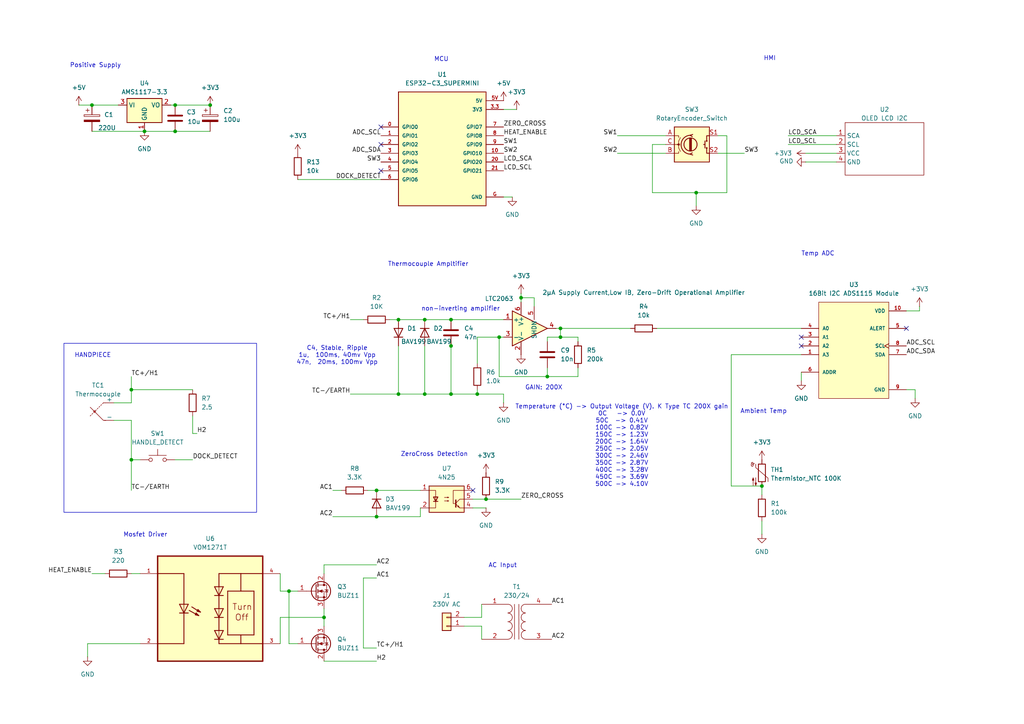
<source format=kicad_sch>
(kicad_sch (version 20231120) (generator "eeschema") (generator_version "8.0")
  (paper "A4")
  (lib_symbols
    (symbol "Connector_Generic:Conn_01x02" (pin_names (offset 1.016) hide)
      (property "Reference" "J" (at 0 2.54 0))
      (property "Value" "Conn_01x02" (at 0 -5.08 0))
      (symbol "Conn_01x02_1_1"
        (rectangle (start -1.27 -2.413) (end 0 -2.667) (stroke (width 0.1524)))
        (rectangle (start -1.27 0.127) (end 0 -0.127) (stroke (width 0.1524)))
        (rectangle (start -1.27 1.27) (end 1.27 -3.81) (stroke (width 0.254)) (fill (type background)))
        (pin passive line (at -5.08 0 0) (length 3.81) (name "Pin_1") (number "1"))
        (pin passive line (at -5.08 -2.54 0) (length 3.81) (name "Pin_2") (number "2"))
      )
    )
    (symbol "Device:C" (pin_numbers hide) (pin_names (offset 0.254))
      (property "Reference" "C" (at 0.635 2.54 0))
      (property "Value" "C" (at 0.635 -2.54 0))
      (symbol "C_0_1"
        (polyline (pts (xy -2.032 -0.762) (xy 2.032 -0.762)) (stroke (width 0.508)))
        (polyline (pts (xy -2.032 0.762) (xy 2.032 0.762)) (stroke (width 0.508)))
      )
      (symbol "C_1_1"
        (pin passive line (at 0 3.81 270) (length 2.794) (name "~") (number "1"))
        (pin passive line (at 0 -3.81 90) (length 2.794) (name "~") (number "2"))
      )
    )
    (symbol "Device:C_Polarized" (pin_numbers hide) (pin_names (offset 0.254))
      (property "Reference" "C" (at 0.635 2.54 0))
      (property "Value" "C_Polarized" (at 0.635 -2.54 0))
      (symbol "C_Polarized_0_1"
        (rectangle (start -2.286 0.508) (end 2.286 1.016))
        (polyline (pts (xy -1.778 2.286) (xy -0.762 2.286)))
        (polyline (pts (xy -1.27 2.794) (xy -1.27 1.778)))
        (rectangle (start 2.286 -0.508) (end -2.286 -1.016) (fill (type outline)))
      )
      (symbol "C_Polarized_1_1"
        (pin passive line (at 0 3.81 270) (length 2.794) (name "~") (number "1"))
        (pin passive line (at 0 -3.81 90) (length 2.794) (name "~") (number "2"))
      )
    )
    (symbol "Device:D" (pin_numbers hide) (pin_names (offset 1.016) hide)
      (property "Reference" "D" (at 0 2.54 0))
      (property "Value" "D" (at 0 -2.54 0))
      (symbol "D_0_1"
        (polyline (pts (xy -1.27 1.27) (xy -1.27 -1.27)) (stroke (width 0.254)))
        (polyline (pts (xy 1.27 0) (xy -1.27 0)))
        (polyline (pts (xy 1.27 1.27) (xy 1.27 -1.27) (xy -1.27 0) (xy 1.27 1.27)) (stroke (width 0.254)))
      )
      (symbol "D_1_1"
        (pin passive line (at -3.81 0 0) (length 2.54) (name "K") (number "1"))
        (pin passive line (at 3.81 0 180) (length 2.54) (name "A") (number "2"))
      )
    )
    (symbol "Device:R" (pin_numbers hide) (pin_names (offset 0))
      (property "Reference" "R" (at 2.032 0 90))
      (property "Value" "R" (at 0 0 90))
      (symbol "R_0_1"
        (rectangle (start -1.016 -2.54) (end 1.016 2.54) (stroke (width 0.254)))
      )
      (symbol "R_1_1"
        (pin passive line (at 0 3.81 270) (length 1.27) (name "~") (number "1"))
        (pin passive line (at 0 -3.81 90) (length 1.27) (name "~") (number "2"))
      )
    )
    (symbol "Device:RotaryEncoder_Switch" (pin_names (offset 0.254) hide)
      (property "Reference" "SW" (at 0 6.604 0))
      (property "Value" "RotaryEncoder_Switch" (at 0 -6.604 0))
      (symbol "RotaryEncoder_Switch_0_1"
        (rectangle (start -5.08 5.08) (end 5.08 -5.08) (stroke (width 0.254)) (fill (type background)))
        (circle (center -3.81 0) (radius 0.254) (fill (type outline)))
        (circle (center -0.381 0) (radius 1.905) (stroke (width 0.254)))
        (arc (start -0.381 2.667) (mid -3.0988 -0.0635) (end -0.381 -2.794) (stroke (width 0.254)))
        (polyline (pts (xy -0.635 -1.778) (xy -0.635 1.778)) (stroke (width 0.254)))
        (polyline (pts (xy -0.381 -1.778) (xy -0.381 1.778)) (stroke (width 0.254)))
        (polyline (pts (xy -0.127 1.778) (xy -0.127 -1.778)) (stroke (width 0.254)))
        (polyline (pts (xy 3.81 0) (xy 3.429 0)) (stroke (width 0.254)))
        (polyline (pts (xy 3.81 1.016) (xy 3.81 -1.016)) (stroke (width 0.254)))
        (polyline (pts (xy -5.08 -2.54) (xy -3.81 -2.54) (xy -3.81 -2.032)))
        (polyline (pts (xy -5.08 2.54) (xy -3.81 2.54) (xy -3.81 2.032)))
        (polyline (pts (xy 0.254 -3.048) (xy -0.508 -2.794) (xy 0.127 -2.413)) (stroke (width 0.254)))
        (polyline (pts (xy 0.254 2.921) (xy -0.508 2.667) (xy 0.127 2.286)) (stroke (width 0.254)))
        (polyline (pts (xy 5.08 -2.54) (xy 4.318 -2.54) (xy 4.318 -1.016)) (stroke (width 0.254)))
        (polyline (pts (xy 5.08 2.54) (xy 4.318 2.54) (xy 4.318 1.016)) (stroke (width 0.254)))
        (polyline (pts (xy -5.08 0) (xy -3.81 0) (xy -3.81 -1.016) (xy -3.302 -2.032)))
        (polyline (pts (xy -4.318 0) (xy -3.81 0) (xy -3.81 1.016) (xy -3.302 2.032)))
        (circle (center 4.318 -1.016) (radius 0.127) (stroke (width 0.254)))
        (circle (center 4.318 1.016) (radius 0.127) (stroke (width 0.254)))
      )
      (symbol "RotaryEncoder_Switch_1_1"
        (pin passive line (at -7.62 2.54 0) (length 2.54) (name "A") (number "A"))
        (pin passive line (at -7.62 -2.54 0) (length 2.54) (name "B") (number "B"))
        (pin passive line (at -7.62 0 0) (length 2.54) (name "C") (number "C"))
        (pin passive line (at 7.62 2.54 180) (length 2.54) (name "S1") (number "S1"))
        (pin passive line (at 7.62 -2.54 180) (length 2.54) (name "S2") (number "S2"))
      )
    )
    (symbol "Device:Thermistor_NTC" (pin_numbers hide) (pin_names (offset 0))
      (property "Reference" "TH" (at -4.445 0 90))
      (property "Value" "Thermistor_NTC" (at 3.175 0 90))
      (symbol "Thermistor_NTC_0_1"
        (arc (start -3.048 2.159) (mid -3.0495 2.3143) (end -3.175 2.413))
        (arc (start -3.048 2.159) (mid -2.9736 1.9794) (end -2.794 1.905))
        (arc (start -3.048 2.794) (mid -2.9736 2.6144) (end -2.794 2.54))
        (arc (start -2.794 1.905) (mid -2.6144 1.9794) (end -2.54 2.159))
        (arc (start -2.794 2.54) (mid -2.4393 2.5587) (end -2.159 2.794))
        (arc (start -2.794 3.048) (mid -2.9736 2.9736) (end -3.048 2.794))
        (arc (start -2.54 2.794) (mid -2.6144 2.9736) (end -2.794 3.048))
        (rectangle (start -1.016 2.54) (end 1.016 -2.54) (stroke (width 0.254)))
        (polyline (pts (xy -2.54 2.159) (xy -2.54 2.794)))
        (polyline (pts (xy -1.778 2.54) (xy -1.778 1.524) (xy 1.778 -1.524) (xy 1.778 -2.54)))
        (polyline (pts (xy -2.54 -3.683) (xy -2.54 -1.397) (xy -2.794 -2.159) (xy -2.286 -2.159) (xy -2.54 -1.397) (xy -2.54 -1.651)) (fill (type outline)))
        (polyline (pts (xy -1.778 -1.397) (xy -1.778 -3.683) (xy -2.032 -2.921) (xy -1.524 -2.921) (xy -1.778 -3.683) (xy -1.778 -3.429)) (fill (type outline)))
      )
      (symbol "Thermistor_NTC_1_1"
        (pin passive line (at 0 3.81 270) (length 1.27) (name "~") (number "1"))
        (pin passive line (at 0 -3.81 90) (length 1.27) (name "~") (number "2"))
      )
    )
    (symbol "Device:Thermocouple" (pin_numbers hide) (pin_names (offset 0))
      (property "Reference" "TC" (at -3.048 3.81 0))
      (property "Value" "Thermocouple" (at -5.08 -4.064 0))
      (symbol "Thermocouple_0_1"
        (circle (center -3.048 0) (radius 0.254) (fill (type outline)))
        (polyline (pts (xy -4.064 -1.016) (xy -4.318 -1.27)))
        (polyline (pts (xy -3.556 -0.508) (xy -3.81 -0.762)))
        (polyline (pts (xy -3.048 0) (xy -3.302 -0.254)))
        (polyline (pts (xy -2.54 0.508) (xy -2.794 0.254)))
        (polyline (pts (xy -2.032 1.016) (xy -2.286 0.762)))
        (polyline (pts (xy -1.524 1.524) (xy -1.778 1.27)))
        (polyline (pts (xy -1.016 2.032) (xy -1.27 1.778)))
        (polyline (pts (xy -0.508 2.54) (xy -0.762 2.286)))
        (polyline (pts (xy 0 -2.54) (xy -0.254 -2.54)))
        (polyline (pts (xy 0 2.54) (xy -0.508 2.54)))
        (polyline (pts (xy 0.254 -2.54) (xy -0.508 -2.54) (xy -4.318 1.27)))
      )
      (symbol "Thermocouple_1_1"
        (pin passive line (at 2.54 2.54 180) (length 2.54) (name "+") (number "1"))
        (pin passive line (at 2.54 -2.54 180) (length 2.54) (name "-") (number "2"))
      )
    )
    (symbol "Device:Transformer_1P_1S" (pin_names (offset 1.016) hide)
      (property "Reference" "T" (at 0 6.35 0))
      (property "Value" "Transformer_1P_1S" (at 0 -7.62 0))
      (symbol "Transformer_1P_1S_0_1"
        (arc (start -2.54 -5.0546) (mid -1.6599 -4.6901) (end -1.27 -3.81))
        (arc (start -2.54 -2.5146) (mid -1.6599 -2.1501) (end -1.27 -1.27))
        (arc (start -2.54 0.0254) (mid -1.6599 0.3899) (end -1.27 1.27))
        (arc (start -2.54 2.5654) (mid -1.6599 2.9299) (end -1.27 3.81))
        (arc (start -1.27 -3.81) (mid -1.642 -2.912) (end -2.54 -2.54))
        (arc (start -1.27 -1.27) (mid -1.642 -0.372) (end -2.54 0))
        (arc (start -1.27 1.27) (mid -1.642 2.168) (end -2.54 2.54))
        (arc (start -1.27 3.81) (mid -1.642 4.708) (end -2.54 5.08))
        (polyline (pts (xy -0.635 5.08) (xy -0.635 -5.08)))
        (polyline (pts (xy 0.635 -5.08) (xy 0.635 5.08)))
        (arc (start 1.2954 -1.27) (mid 1.6599 -2.1501) (end 2.54 -2.5146))
        (arc (start 1.2954 1.27) (mid 1.6599 0.3899) (end 2.54 0.0254))
        (arc (start 1.2954 3.81) (mid 1.6599 2.9299) (end 2.54 2.5654))
        (arc (start 1.3208 -3.81) (mid 1.6853 -4.6901) (end 2.5654 -5.0546))
        (arc (start 2.54 0) (mid 1.642 -0.372) (end 1.2954 -1.27))
        (arc (start 2.54 2.54) (mid 1.642 2.168) (end 1.2954 1.27))
        (arc (start 2.54 5.08) (mid 1.642 4.708) (end 1.2954 3.81))
        (arc (start 2.5654 -2.54) (mid 1.6674 -2.912) (end 1.3208 -3.81))
      )
      (symbol "Transformer_1P_1S_1_1"
        (pin passive line (at -10.16 5.08 0) (length 7.62) (name "AA") (number "1"))
        (pin passive line (at -10.16 -5.08 0) (length 7.62) (name "AB") (number "2"))
        (pin passive line (at 10.16 -5.08 180) (length 7.62) (name "SA") (number "3"))
        (pin passive line (at 10.16 5.08 180) (length 7.62) (name "SB") (number "4"))
      )
    )
    (symbol "Isolator:4N25" (pin_names (offset 1.016))
      (property "Reference" "U" (at -5.08 5.08 0))
      (property "Value" "4N25" (at 0 5.08 0))
      (symbol "4N25_0_1"
        (rectangle (start -5.08 3.81) (end 5.08 -3.81) (stroke (width 0.254)) (fill (type background)))
        (polyline (pts (xy -3.81 -0.635) (xy -2.54 -0.635)) (stroke (width 0.254)))
        (polyline (pts (xy 2.667 -1.397) (xy 3.81 -2.54)))
        (polyline (pts (xy 2.667 -1.143) (xy 3.81 0)))
        (polyline (pts (xy 3.81 -2.54) (xy 5.08 -2.54)))
        (polyline (pts (xy 3.81 0) (xy 5.08 0)))
        (polyline (pts (xy 2.667 -0.254) (xy 2.667 -2.286) (xy 2.667 -2.286)) (stroke (width 0.3556)))
        (polyline (pts (xy -5.08 -2.54) (xy -3.175 -2.54) (xy -3.175 2.54) (xy -5.08 2.54)))
        (polyline (pts (xy -3.175 -0.635) (xy -3.81 0.635) (xy -2.54 0.635) (xy -3.175 -0.635)) (stroke (width 0.254)))
        (polyline (pts (xy 3.683 -2.413) (xy 3.429 -1.905) (xy 3.175 -2.159) (xy 3.683 -2.413)))
        (polyline (pts (xy 5.08 2.54) (xy 1.905 2.54) (xy 1.905 -1.27) (xy 2.54 -1.27)))
        (polyline (pts (xy -0.635 -0.508) (xy 0.635 -0.508) (xy 0.254 -0.635) (xy 0.254 -0.381) (xy 0.635 -0.508)))
        (polyline (pts (xy -0.635 0.508) (xy 0.635 0.508) (xy 0.254 0.381) (xy 0.254 0.635) (xy 0.635 0.508)))
      )
      (symbol "4N25_1_1"
        (pin passive line (at -7.62 2.54 0) (length 2.54) (name "~") (number "1"))
        (pin passive line (at -7.62 -2.54 0) (length 2.54) (name "~") (number "2"))
        (pin no_connect line (at -5.08 0 0) (length 2.54) hide (name "NC") (number "3"))
        (pin passive line (at 7.62 -2.54 180) (length 2.54) (name "~") (number "4"))
        (pin passive line (at 7.62 0 180) (length 2.54) (name "~") (number "5"))
        (pin passive line (at 7.62 2.54 180) (length 2.54) (name "~") (number "6"))
      )
    )
    (symbol "Library:LCD_I2C"
      (property "Reference" "U" (at 10.16 5.588 0))
      (symbol "LCD_I2C_0_1"
        (rectangle (start -10.16 7.62) (end 12.7 -7.62))
      )
      (symbol "LCD_I2C_1_1"
        (pin input line (at -12.7 3.81 0) (length 2.54) (name "SCA") (number "1"))
        (pin input line (at -12.7 1.27 0) (length 2.54) (name "SCL") (number "2"))
        (pin power_in line (at -12.7 -1.27 0) (length 2.54) (name "VCC") (number "3"))
        (pin power_in line (at -12.7 -3.81 0) (length 2.54) (name "GND") (number "4"))
      )
    )
    (symbol "Library:LTC2063" (pin_names (offset 0.254))
      (property "Reference" "U" (at 3.81 3.175 0))
      (property "Value" "${SIM.PARAMS}" (at 3.81 -3.175 0))
      (symbol "LTC2063_0_1"
        (polyline (pts (xy 5.08 0) (xy -5.08 5.08) (xy -5.08 -5.08) (xy 5.08 0)) (stroke (width 0.254)) (fill (type background)))
      )
      (symbol "LTC2063_1_1"
        (pin input line (at -7.62 2.54 0) (length 2.54) (name "+") (number "1"))
        (pin power_in line (at -2.54 -7.62 90) (length 3.81) (name "V-") (number "2"))
        (pin input line (at -7.62 -2.54 0) (length 2.54) (name "-") (number "3"))
        (pin output line (at 7.62 0 180) (length 2.54) (name "~") (number "4"))
        (pin input line (at 1.27 6.35 270) (length 3.81) (name "SHDN") (number "5"))
        (pin power_in line (at -2.54 7.62 270) (length 3.81) (name "V+") (number "6"))
      )
    )
    (symbol "Regulator_Linear:AMS1117-2.85"
      (property "Reference" "U" (at -3.81 3.175 0))
      (property "Value" "AMS1117-2.85" (at 0 3.175 0))
      (symbol "AMS1117-2.85_0_1"
        (rectangle (start -5.08 -5.08) (end 5.08 1.905) (stroke (width 0.254)) (fill (type background)))
      )
      (symbol "AMS1117-2.85_1_1"
        (pin power_in line (at 0 -7.62 90) (length 2.54) (name "GND") (number "1"))
        (pin power_out line (at 7.62 0 180) (length 2.54) (name "VO") (number "2"))
        (pin power_in line (at -7.62 0 0) (length 2.54) (name "VI") (number "3"))
      )
    )
    (symbol "Snapeda:ESP32-C3_SUPERMINI" (pin_names (offset 1.016))
      (property "Reference" "U" (at -12.7 16.002 0))
      (property "Value" "ESP32-C3_SUPERMINI" (at -12.7 -20.32 0))
      (symbol "ESP32-C3_SUPERMINI_0_0"
        (rectangle (start -12.7 -17.78) (end 12.7 15.24) (stroke (width 0.254)) (fill (type background)))
        (pin bidirectional line (at -17.78 5.08 0) (length 5.08) (name "GPIO0") (number "0"))
        (pin bidirectional line (at -17.78 2.54 0) (length 5.08) (name "GPIO1") (number "1"))
        (pin bidirectional line (at 17.78 -2.54 180) (length 5.08) (name "GPIO10") (number "10"))
        (pin bidirectional line (at -17.78 0 0) (length 5.08) (name "GPIO2") (number "2"))
        (pin bidirectional line (at 17.78 -5.08 180) (length 5.08) (name "GPIO20") (number "20"))
        (pin bidirectional line (at 17.78 -7.62 180) (length 5.08) (name "GPIO21") (number "21"))
        (pin bidirectional line (at -17.78 -2.54 0) (length 5.08) (name "GPIO3") (number "3"))
        (pin power_in line (at 17.78 10.16 180) (length 5.08) (name "3V3") (number "3.3"))
        (pin bidirectional line (at -17.78 -5.08 0) (length 5.08) (name "GPIO4") (number "4"))
        (pin bidirectional line (at -17.78 -7.62 0) (length 5.08) (name "GPIO5") (number "5"))
        (pin power_in line (at 17.78 12.7 180) (length 5.08) (name "5V") (number "5V"))
        (pin bidirectional line (at -17.78 -10.16 0) (length 5.08) (name "GPIO6") (number "6"))
        (pin bidirectional line (at 17.78 5.08 180) (length 5.08) (name "GPIO7") (number "7"))
        (pin bidirectional line (at 17.78 2.54 180) (length 5.08) (name "GPIO8") (number "8"))
        (pin bidirectional line (at 17.78 0 180) (length 5.08) (name "GPIO9") (number "9"))
        (pin power_in line (at 17.78 -15.24 180) (length 5.08) (name "GND") (number "G"))
      )
    )
    (symbol "Snapeda:VOM1271T" (pin_names (offset 1.016))
      (property "Reference" "U" (at -2.5402 16.257 0))
      (property "Value" "VOM1271T" (at -2.5415 -17.7905 0))
      (symbol "VOM1271T_0_0"
        (rectangle (start -15.24 -15.24) (end 15.24 15.24) (stroke (width 0.4064)) (fill (type background)))
        (polyline (pts (xy -15.24 10.16) (xy -7.62 10.16)) (stroke (width 0.254)))
        (polyline (pts (xy -7.62 -10.16) (xy -15.24 -10.16)) (stroke (width 0.254)))
        (polyline (pts (xy -7.62 -1.27) (xy -8.89 -1.27)) (stroke (width 0.254)))
        (polyline (pts (xy -7.62 -1.27) (xy -8.89 1.27)) (stroke (width 0.254)))
        (polyline (pts (xy -7.62 -1.27) (xy -7.62 -10.16)) (stroke (width 0.254)))
        (polyline (pts (xy -7.62 1.27) (xy -8.89 1.27)) (stroke (width 0.254)))
        (polyline (pts (xy -7.62 1.27) (xy -7.62 -1.27)) (stroke (width 0.1524)))
        (polyline (pts (xy -7.62 10.16) (xy -7.62 1.27)) (stroke (width 0.254)))
        (polyline (pts (xy -6.35 -1.27) (xy -7.62 -1.27)) (stroke (width 0.254)))
        (polyline (pts (xy -6.35 1.27) (xy -7.62 -1.27)) (stroke (width 0.254)))
        (polyline (pts (xy -6.35 1.27) (xy -7.62 1.27)) (stroke (width 0.254)))
        (polyline (pts (xy -4.318 -1.778) (xy -3.302 -2.032)) (stroke (width 0.254)))
        (polyline (pts (xy -4.064 -1.27) (xy -4.318 -1.778)) (stroke (width 0.254)))
        (polyline (pts (xy -3.81 -1.778) (xy -6.096 -0.508)) (stroke (width 0.254)))
        (polyline (pts (xy -3.81 -0.762) (xy -2.794 -1.016)) (stroke (width 0.254)))
        (polyline (pts (xy -3.556 -0.254) (xy -3.81 -0.762)) (stroke (width 0.254)))
        (polyline (pts (xy -3.302 -2.032) (xy -4.064 -1.27)) (stroke (width 0.254)))
        (polyline (pts (xy -3.302 -0.762) (xy -5.334 0.508)) (stroke (width 0.254)))
        (polyline (pts (xy -2.794 -1.016) (xy -3.556 -0.254)) (stroke (width 0.254)))
        (polyline (pts (xy 2.54 -10.16) (xy 8.89 -10.16)) (stroke (width 0.254)))
        (polyline (pts (xy 2.54 -8.89) (xy 1.27 -8.89)) (stroke (width 0.254)))
        (polyline (pts (xy 2.54 -8.89) (xy 1.27 -6.35)) (stroke (width 0.254)))
        (polyline (pts (xy 2.54 -8.89) (xy 2.54 -10.16)) (stroke (width 0.254)))
        (polyline (pts (xy 2.54 -6.35) (xy 1.27 -6.35)) (stroke (width 0.254)))
        (polyline (pts (xy 2.54 -6.35) (xy 2.54 -8.89)) (stroke (width 0.1524)))
        (polyline (pts (xy 2.54 -2.54) (xy 1.27 -2.54)) (stroke (width 0.254)))
        (polyline (pts (xy 2.54 -2.54) (xy 1.27 0)) (stroke (width 0.254)))
        (polyline (pts (xy 2.54 -2.54) (xy 2.54 -6.35)) (stroke (width 0.254)))
        (polyline (pts (xy 2.54 0) (xy 1.27 0)) (stroke (width 0.254)))
        (polyline (pts (xy 2.54 0) (xy 2.54 -2.54)) (stroke (width 0.1524)))
        (polyline (pts (xy 2.54 3.81) (xy 1.27 3.81)) (stroke (width 0.254)))
        (polyline (pts (xy 2.54 3.81) (xy 1.27 6.35)) (stroke (width 0.254)))
        (polyline (pts (xy 2.54 3.81) (xy 2.54 0)) (stroke (width 0.254)))
        (polyline (pts (xy 2.54 6.35) (xy 1.27 6.35)) (stroke (width 0.254)))
        (polyline (pts (xy 2.54 6.35) (xy 2.54 3.81)) (stroke (width 0.1524)))
        (polyline (pts (xy 2.54 10.16) (xy 2.54 6.35)) (stroke (width 0.254)))
        (polyline (pts (xy 3.81 -8.89) (xy 2.54 -8.89)) (stroke (width 0.254)))
        (polyline (pts (xy 3.81 -6.35) (xy 2.54 -8.89)) (stroke (width 0.254)))
        (polyline (pts (xy 3.81 -6.35) (xy 2.54 -6.35)) (stroke (width 0.254)))
        (polyline (pts (xy 3.81 -2.54) (xy 2.54 -2.54)) (stroke (width 0.254)))
        (polyline (pts (xy 3.81 0) (xy 2.54 -2.54)) (stroke (width 0.254)))
        (polyline (pts (xy 3.81 0) (xy 2.54 0)) (stroke (width 0.254)))
        (polyline (pts (xy 3.81 3.81) (xy 2.54 3.81)) (stroke (width 0.254)))
        (polyline (pts (xy 3.81 6.35) (xy 2.54 3.81)) (stroke (width 0.254)))
        (polyline (pts (xy 3.81 6.35) (xy 2.54 6.35)) (stroke (width 0.254)))
        (polyline (pts (xy 5.08 -7.62) (xy 5.08 5.08)) (stroke (width 0.254)))
        (polyline (pts (xy 5.08 5.08) (xy 8.89 5.08)) (stroke (width 0.254)))
        (polyline (pts (xy 8.89 -10.16) (xy 15.24 -10.16)) (stroke (width 0.254)))
        (polyline (pts (xy 8.89 -7.62) (xy 5.08 -7.62)) (stroke (width 0.254)))
        (polyline (pts (xy 8.89 -7.62) (xy 8.89 -10.16)) (stroke (width 0.254)))
        (polyline (pts (xy 8.89 5.08) (xy 8.89 10.16)) (stroke (width 0.254)))
        (polyline (pts (xy 8.89 5.08) (xy 12.7 5.08)) (stroke (width 0.254)))
        (polyline (pts (xy 8.89 10.16) (xy 2.54 10.16)) (stroke (width 0.254)))
        (polyline (pts (xy 8.89 10.16) (xy 15.24 10.16)) (stroke (width 0.254)))
        (polyline (pts (xy 12.7 -7.62) (xy 8.89 -7.62)) (stroke (width 0.254)))
        (polyline (pts (xy 12.7 5.08) (xy 12.7 -7.62)) (stroke (width 0.254)))
        (text "Off" (at 7.1187 -3.5594 0) (effects (font (size 1.7797 1.7797)) (justify left bottom)))
        (text "Turn" (at 6.356 -0.5085 0) (effects (font (size 1.7797 1.7797)) (justify left bottom)))
        (pin passive line (at -20.32 10.16 0) (length 5.08) (name "~") (number "1"))
        (pin passive line (at -20.32 -10.16 0) (length 5.08) (name "~") (number "2"))
        (pin passive line (at 20.32 -10.16 180) (length 5.08) (name "~") (number "3"))
        (pin passive line (at 20.32 10.16 180) (length 5.08) (name "~") (number "4"))
      )
    )
    (symbol "Snapeda:ZC261500" (pin_names (offset 1.016))
      (property "Reference" "U" (at -10.16 16.002 0))
      (property "Value" "ZC261500" (at -10.16 -15.24 0))
      (symbol "ZC261500_0_0"
        (rectangle (start -10.16 -12.7) (end 10.16 15.24) (stroke (width 0.1524)) (fill (type background)))
        (pin input line (at -15.24 0 0) (length 5.08) (name "A3") (number "1"))
        (pin power_in line (at 15.24 12.7 180) (length 5.08) (name "VDD") (number "10"))
        (pin input line (at -15.24 2.54 0) (length 5.08) (name "A2") (number "2"))
        (pin input line (at -15.24 5.08 0) (length 5.08) (name "A1") (number "3"))
        (pin input line (at -15.24 7.62 0) (length 5.08) (name "A0") (number "4"))
        (pin bidirectional line (at 15.24 7.62 180) (length 5.08) (name "ALERT") (number "5"))
        (pin input line (at -15.24 -5.08 0) (length 5.08) (name "ADDR") (number "6"))
        (pin bidirectional line (at 15.24 0 180) (length 5.08) (name "SDA") (number "7"))
        (pin input clock (at 15.24 2.54 180) (length 5.08) (name "SCL") (number "8"))
        (pin power_in line (at 15.24 -10.16 180) (length 5.08) (name "GND") (number "9"))
      )
    )
    (symbol "Switch:SW_Push" (pin_numbers hide) (pin_names (offset 1.016) hide)
      (property "Reference" "SW" (at 1.27 2.54 0))
      (property "Value" "SW_Push" (at 0 -1.524 0))
      (symbol "SW_Push_0_1"
        (circle (center -2.032 0) (radius 0.508))
        (polyline (pts (xy 0 1.27) (xy 0 3.048)))
        (polyline (pts (xy 2.54 1.27) (xy -2.54 1.27)))
        (circle (center 2.032 0) (radius 0.508))
        (pin passive line (at -5.08 0 0) (length 2.54) (name "1") (number "1"))
        (pin passive line (at 5.08 0 180) (length 2.54) (name "2") (number "2"))
      )
    )
    (symbol "Transistor_FET:BUZ11" (pin_names hide)
      (property "Reference" "Q" (at 5.08 1.905 0))
      (property "Value" "BUZ11" (at 5.08 0 0))
      (symbol "BUZ11_0_1"
        (polyline (pts (xy 0.254 0) (xy -2.54 0)))
        (polyline (pts (xy 0.254 1.905) (xy 0.254 -1.905)) (stroke (width 0.254)))
        (polyline (pts (xy 0.762 -1.27) (xy 0.762 -2.286)) (stroke (width 0.254)))
        (polyline (pts (xy 0.762 0.508) (xy 0.762 -0.508)) (stroke (width 0.254)))
        (polyline (pts (xy 0.762 2.286) (xy 0.762 1.27)) (stroke (width 0.254)))
        (polyline (pts (xy 2.54 2.54) (xy 2.54 1.778)))
        (polyline (pts (xy 2.54 -2.54) (xy 2.54 0) (xy 0.762 0)))
        (polyline (pts (xy 0.762 -1.778) (xy 3.302 -1.778) (xy 3.302 1.778) (xy 0.762 1.778)))
        (polyline (pts (xy 1.016 0) (xy 2.032 0.381) (xy 2.032 -0.381) (xy 1.016 0)) (fill (type outline)))
        (polyline (pts (xy 2.794 0.508) (xy 2.921 0.381) (xy 3.683 0.381) (xy 3.81 0.254)))
        (polyline (pts (xy 3.302 0.381) (xy 2.921 -0.254) (xy 3.683 -0.254) (xy 3.302 0.381)))
        (circle (center 1.651 0) (radius 2.794) (stroke (width 0.254)))
        (circle (center 2.54 -1.778) (radius 0.254) (fill (type outline)))
        (circle (center 2.54 1.778) (radius 0.254) (fill (type outline)))
      )
      (symbol "BUZ11_1_1"
        (pin input line (at -5.08 0 0) (length 2.54) (name "G") (number "1"))
        (pin passive line (at 2.54 5.08 270) (length 2.54) (name "D") (number "2"))
        (pin passive line (at 2.54 -5.08 90) (length 2.54) (name "S") (number "3"))
      )
    )
    (symbol "power:+3V3" (power) (pin_numbers hide) (pin_names (offset 0) hide)
      (property "Value" "+3V3" (at 0 3.556 0))
      (symbol "+3V3_0_1"
        (polyline (pts (xy -0.762 1.27) (xy 0 2.54)))
        (polyline (pts (xy 0 0) (xy 0 2.54)))
        (polyline (pts (xy 0 2.54) (xy 0.762 1.27)))
      )
      (symbol "+3V3_1_1"
        (pin power_in line (at 0 0 90) (length 0) (name "~") (number "1"))
      )
    )
    (symbol "power:+5V" (power) (pin_numbers hide) (pin_names (offset 0) hide)
      (property "Value" "+5V" (at 0 3.556 0))
      (symbol "+5V_0_1"
        (polyline (pts (xy -0.762 1.27) (xy 0 2.54)))
        (polyline (pts (xy 0 0) (xy 0 2.54)))
        (polyline (pts (xy 0 2.54) (xy 0.762 1.27)))
      )
      (symbol "+5V_1_1"
        (pin power_in line (at 0 0 90) (length 0) (name "~") (number "1"))
      )
    )
    (symbol "power:GND" (power) (pin_numbers hide) (pin_names (offset 0) hide)
      (property "Value" "GND" (at 0 -3.81 0))
      (symbol "GND_0_1"
        (polyline (pts (xy 0 0) (xy 0 -1.27) (xy 1.27 -1.27) (xy 0 -2.54) (xy -1.27 -1.27) (xy 0 -1.27)))
      )
      (symbol "GND_1_1"
        (pin power_in line (at 0 0 270) (length 0) (name "~") (number "1"))
      )
    )
  )
  (junction (at 158.75 109.22))
  (junction (at 151.13 86.36))
  (junction (at 50.8 30.48))
  (junction (at 38.1 113.03))
  (junction (at 123.19 92.71))
  (junction (at 220.98 140.97))
  (junction (at 162.56 97.79))
  (junction (at 50.8 38.1))
  (junction (at 130.81 100.33))
  (junction (at 123.19 114.3))
  (junction (at 93.98 179.07))
  (junction (at 60.96 30.48))
  (junction (at 130.81 92.71))
  (junction (at 109.22 149.86))
  (junction (at 115.57 92.71))
  (junction (at 41.91 38.1))
  (junction (at 115.57 114.3))
  (junction (at 38.1 133.35))
  (junction (at 26.67 30.48))
  (junction (at 138.43 114.3))
  (junction (at 162.56 95.25))
  (junction (at 140.97 144.78))
  (junction (at 83.82 171.45))
  (junction (at 201.93 55.88))
  (junction (at 130.81 114.3))
  (junction (at 109.22 142.24))
  (junction (at 144.78 97.79))
  (no_connect (at 232.41 97.79))
  (no_connect (at 110.49 41.91))
  (no_connect (at 262.89 95.25))
  (no_connect (at 110.49 36.83))
  (no_connect (at 232.41 100.33))
  (no_connect (at 137.16 142.24))
  (no_connect (at 110.49 49.53))
  (wire (pts (xy 262.89 90.17) (xy 266.7 90.17)))
  (wire (pts (xy 106.68 142.24) (xy 109.22 142.24)))
  (wire (pts (xy 101.6 92.71) (xy 105.41 92.71)))
  (wire (pts (xy 210.82 39.37) (xy 208.28 39.37)))
  (wire (pts (xy 139.7 181.61) (xy 139.7 185.42)))
  (wire (pts (xy 38.1 113.03) (xy 55.88 113.03)))
  (wire (pts (xy 105.41 167.64) (xy 105.41 187.96)))
  (wire (pts (xy 158.75 106.68) (xy 158.75 109.22)))
  (wire (pts (xy 154.94 88.9) (xy 154.94 86.36)))
  (wire (pts (xy 121.92 149.86) (xy 121.92 147.32)))
  (wire (pts (xy 109.22 142.24) (xy 121.92 142.24)))
  (wire (pts (xy 81.28 171.45) (xy 81.28 166.37)))
  (wire (pts (xy 146.05 57.15) (xy 148.59 57.15)))
  (wire (pts (xy 123.19 92.71) (xy 130.81 92.71)))
  (wire (pts (xy 49.53 30.48) (xy 50.8 30.48)))
  (wire (pts (xy 146.05 31.75) (xy 149.86 31.75)))
  (wire (pts (xy 210.82 39.37) (xy 210.82 55.88)))
  (wire (pts (xy 130.81 92.71) (xy 146.05 92.71)))
  (wire (pts (xy 96.52 149.86) (xy 109.22 149.86)))
  (wire (pts (xy 38.1 133.35) (xy 40.64 133.35)))
  (wire (pts (xy 123.19 114.3) (xy 123.19 100.33)))
  (wire (pts (xy 158.75 99.06) (xy 158.75 97.79)))
  (wire (pts (xy 220.98 151.13) (xy 220.98 154.94)))
  (wire (pts (xy 38.1 109.22) (xy 38.1 113.03)))
  (wire (pts (xy 123.19 114.3) (xy 130.81 114.3)))
  (wire (pts (xy 167.64 109.22) (xy 167.64 106.68)))
  (wire (pts (xy 208.28 44.45) (xy 215.9 44.45)))
  (wire (pts (xy 138.43 114.3) (xy 146.05 114.3)))
  (wire (pts (xy 130.81 100.33) (xy 130.81 114.3)))
  (wire (pts (xy 50.8 30.48) (xy 60.96 30.48)))
  (wire (pts (xy 41.91 38.1) (xy 50.8 38.1)))
  (wire (pts (xy 140.97 144.78) (xy 151.13 144.78)))
  (wire (pts (xy 25.4 186.69) (xy 40.64 186.69)))
  (wire (pts (xy 81.28 179.07) (xy 93.98 179.07)))
  (wire (pts (xy 144.78 109.22) (xy 158.75 109.22)))
  (wire (pts (xy 220.98 140.97) (xy 212.09 140.97)))
  (wire (pts (xy 83.82 171.45) (xy 83.82 186.69)))
  (wire (pts (xy 179.07 39.37) (xy 193.04 39.37)))
  (wire (pts (xy 189.23 41.91) (xy 189.23 55.88)))
  (wire (pts (xy 33.02 116.84) (xy 38.1 116.84)))
  (wire (pts (xy 115.57 114.3) (xy 115.57 100.33)))
  (wire (pts (xy 83.82 171.45) (xy 86.36 171.45)))
  (wire (pts (xy 167.64 97.79) (xy 162.56 97.79)))
  (wire (pts (xy 134.62 181.61) (xy 139.7 181.61)))
  (wire (pts (xy 212.09 140.97) (xy 212.09 102.87)))
  (wire (pts (xy 138.43 113.03) (xy 138.43 114.3)))
  (wire (pts (xy 151.13 85.09) (xy 151.13 86.36)))
  (wire (pts (xy 266.7 90.17) (xy 266.7 88.9)))
  (wire (pts (xy 228.6 41.91) (xy 242.57 41.91)))
  (wire (pts (xy 22.86 30.48) (xy 26.67 30.48)))
  (wire (pts (xy 212.09 102.87) (xy 232.41 102.87)))
  (wire (pts (xy 233.68 46.99) (xy 242.57 46.99)))
  (wire (pts (xy 137.16 147.32) (xy 140.97 147.32)))
  (wire (pts (xy 138.43 97.79) (xy 138.43 105.41)))
  (wire (pts (xy 81.28 171.45) (xy 83.82 171.45)))
  (wire (pts (xy 109.22 163.83) (xy 93.98 163.83)))
  (wire (pts (xy 113.03 92.71) (xy 115.57 92.71)))
  (wire (pts (xy 193.04 41.91) (xy 189.23 41.91)))
  (wire (pts (xy 154.94 86.36) (xy 151.13 86.36)))
  (wire (pts (xy 130.81 99.06) (xy 130.81 100.33)))
  (wire (pts (xy 139.7 175.26) (xy 139.7 179.07)))
  (wire (pts (xy 167.64 99.06) (xy 167.64 97.79)))
  (wire (pts (xy 162.56 97.79) (xy 162.56 95.25)))
  (wire (pts (xy 220.98 140.97) (xy 220.98 143.51)))
  (wire (pts (xy 190.5 95.25) (xy 232.41 95.25)))
  (wire (pts (xy 101.6 114.3) (xy 115.57 114.3)))
  (wire (pts (xy 50.8 133.35) (xy 55.88 133.35)))
  (wire (pts (xy 38.1 121.92) (xy 38.1 133.35)))
  (wire (pts (xy 50.8 38.1) (xy 60.96 38.1)))
  (wire (pts (xy 161.29 95.25) (xy 162.56 95.25)))
  (wire (pts (xy 151.13 86.36) (xy 151.13 87.63)))
  (wire (pts (xy 38.1 133.35) (xy 38.1 142.24)))
  (wire (pts (xy 228.6 39.37) (xy 242.57 39.37)))
  (wire (pts (xy 115.57 92.71) (xy 123.19 92.71)))
  (wire (pts (xy 30.48 166.37) (xy 26.67 166.37)))
  (wire (pts (xy 144.78 97.79) (xy 146.05 97.79)))
  (wire (pts (xy 144.78 97.79) (xy 144.78 109.22)))
  (wire (pts (xy 158.75 97.79) (xy 162.56 97.79)))
  (wire (pts (xy 138.43 97.79) (xy 144.78 97.79)))
  (wire (pts (xy 93.98 179.07) (xy 93.98 176.53)))
  (wire (pts (xy 201.93 55.88) (xy 201.93 59.69)))
  (wire (pts (xy 93.98 179.07) (xy 93.98 181.61)))
  (wire (pts (xy 139.7 179.07) (xy 134.62 179.07)))
  (wire (pts (xy 201.93 55.88) (xy 210.82 55.88)))
  (wire (pts (xy 137.16 144.78) (xy 140.97 144.78)))
  (wire (pts (xy 86.36 52.07) (xy 110.49 52.07)))
  (wire (pts (xy 26.67 38.1) (xy 41.91 38.1)))
  (wire (pts (xy 233.68 44.45) (xy 242.57 44.45)))
  (wire (pts (xy 81.28 179.07) (xy 81.28 186.69)))
  (wire (pts (xy 158.75 109.22) (xy 167.64 109.22)))
  (wire (pts (xy 179.07 44.45) (xy 193.04 44.45)))
  (wire (pts (xy 83.82 186.69) (xy 86.36 186.69)))
  (wire (pts (xy 189.23 55.88) (xy 201.93 55.88)))
  (wire (pts (xy 138.43 114.3) (xy 130.81 114.3)))
  (wire (pts (xy 55.88 125.73) (xy 57.15 125.73)))
  (wire (pts (xy 105.41 187.96) (xy 109.22 187.96)))
  (wire (pts (xy 93.98 163.83) (xy 93.98 166.37)))
  (wire (pts (xy 162.56 95.25) (xy 182.88 95.25)))
  (wire (pts (xy 105.41 167.64) (xy 109.22 167.64)))
  (wire (pts (xy 265.43 113.03) (xy 265.43 115.57)))
  (wire (pts (xy 38.1 113.03) (xy 38.1 116.84)))
  (wire (pts (xy 96.52 142.24) (xy 99.06 142.24)))
  (wire (pts (xy 262.89 113.03) (xy 265.43 113.03)))
  (wire (pts (xy 26.67 30.48) (xy 34.29 30.48)))
  (wire (pts (xy 33.02 121.92) (xy 38.1 121.92)))
  (wire (pts (xy 25.4 186.69) (xy 25.4 190.5)))
  (wire (pts (xy 109.22 191.77) (xy 93.98 191.77)))
  (wire (pts (xy 38.1 166.37) (xy 40.64 166.37)))
  (wire (pts (xy 146.05 116.84) (xy 146.05 114.3)))
  (wire (pts (xy 115.57 114.3) (xy 123.19 114.3)))
  (wire (pts (xy 109.22 149.86) (xy 121.92 149.86)))
  (wire (pts (xy 55.88 120.65) (xy 55.88 125.73)))
  (wire (pts (xy 232.41 107.95) (xy 232.41 110.49)))
  (rectangle (start 18.542 99.568) (end 74.422 148.59))
  (text "non-inverting amplifier" (at 133.604 89.662 0) (effects (font (size 1.27 1.27))))
  (text "Thermocouple Ampltifier" (at 124.206 76.708 0) (effects (font (size 1.27 1.27))))
  (text "HMI" (at 223.266 17.018 0) (effects (font (size 1.27 1.27))))
  (text "Temperature (°C) -> Output Voltage (V). K Type TC 200X gain\n0C   -> 0.0V\n50C  -> 0.41V\n100C -> 0.82V\n150C -> 1.23V\n200C -> 1.64V\n250C -> 2.05V\n300C -> 2.46V\n350C -> 2.87V\n400C -> 3.28V\n450C -> 3.69V\n500C -> 4.10V" (at 180.34 129.286 0) (effects (font (size 1.27 1.27))))
  (text "MCU" (at 128.016 17.272 0) (effects (font (size 1.27 1.27))))
  (text "Mosfet Driver" (at 42.164 155.194 0) (effects (font (size 1.27 1.27))))
  (text "Ambient Temp" (at 221.488 119.38 0) (effects (font (size 1.27 1.27))))
  (text "GAIN: 200X" (at 157.734 112.522 0) (effects (font (size 1.27 1.27))))
  (text "AC Input" (at 145.796 164.084 0) (effects (font (size 1.27 1.27))))
  (text "ZeroCross Detection" (at 125.984 131.826 0) (effects (font (size 1.27 1.27))))
  (text "C4, Stable, Ripple\n1u,  100ms, 40mv Vpp\n47n,  20ms, 100mv Vpp" (at 97.79 103.124 0) (effects (font (size 1.27 1.27))))
  (text "Positive Supply" (at 27.686 19.05 0) (effects (font (size 1.27 1.27))))
  (text "HANDPIECE" (at 26.924 103.124 0) (effects (font (size 1.27 1.27))))
  (text "Temp ADC" (at 237.236 73.66 0) (effects (font (size 1.27 1.27))))
  (label "LCD_SCA" (at 228.6 39.37 0))
  (label "DOCK_DETECT" (at 110.49 52.07 180))
  (label "HEAT_ENABLE" (at 146.05 39.37 0))
  (label "AC1" (at 96.52 142.24 180))
  (label "ADC_SCL" (at 262.89 100.33 0))
  (label "ADC_SDA" (at 110.49 44.45 180))
  (label "ADC_SDA" (at 262.89 102.87 0))
  (label "SW2" (at 146.05 44.45 0))
  (label "SW1" (at 179.07 39.37 180))
  (label "SW2" (at 179.07 44.45 180))
  (label "SW1" (at 146.05 41.91 0))
  (label "AC1" (at 109.22 167.64 0))
  (label "H2" (at 109.22 191.77 0))
  (label "HEAT_ENABLE" (at 26.67 166.37 180))
  (label "H2" (at 57.15 125.73 0))
  (label "TC+{slash}H1" (at 38.1 109.22 0))
  (label "AC2" (at 160.02 185.42 0))
  (label "TC-{slash}EARTH" (at 38.1 142.24 0))
  (label "SW3" (at 215.9 44.45 0))
  (label "LCD_SCA" (at 146.05 46.99 0))
  (label "DOCK_DETECT" (at 55.88 133.35 0))
  (label "LCD_SCL" (at 146.05 49.53 0))
  (label "ZERO_CROSS" (at 151.13 144.78 0))
  (label "AC2" (at 109.22 163.83 0))
  (label "TC+{slash}H1" (at 101.6 92.71 180))
  (label "AC2" (at 96.52 149.86 180))
  (label "AC1" (at 160.02 175.26 0))
  (label "TC-{slash}EARTH" (at 101.6 114.3 180))
  (label "ZERO_CROSS" (at 146.05 36.83 0))
  (label "ADC_SCL" (at 110.49 39.37 180))
  (label "SW3" (at 110.49 46.99 180))
  (label "TC+{slash}H1" (at 109.22 187.96 0))
  (label "LCD_SCL" (at 228.6 41.91 0))
  (symbol (lib_id "Device:R") (at 109.22 92.71 270) (unit 1)
    (property "Reference" "R2" (at 109.22 86.36 90))
    (property "Value" "10K" (at 109.22 88.9 90))
    (property "Description" "Resistor" (effects (hide yes)))
  )
  (symbol (lib_id "power:GND") (at 265.43 115.57 0) (unit 1)
    (property "Reference" "#PWR06" (effects (hide yes)))
    (property "Value" "GND" (at 265.43 120.65 0))
    (property "Description" "Power symbol creates a global label with name \"GND\" , ground" (effects (hide yes)))
  )
  (symbol (lib_id "Device:RotaryEncoder_Switch") (at 200.66 41.91 0) (unit 1)
    (property "Reference" "SW3" (at 200.66 31.75 0))
    (property "Value" "RotaryEncoder_Switch" (at 200.66 34.29 0))
    (property "Description" "Rotary encoder, dual channel, incremental quadrate outputs, with switch" (effects (hide yes)))
  )
  (symbol (lib_id "Snapeda:VOM1271T") (at 60.96 176.53 0) (unit 1)
    (property "Reference" "U6" (at 60.96 156.21 0))
    (property "Value" "VOM1271T" (at 60.96 158.75 0))
    (property "Footprint" "Snapeda:VOM1271T_SOIC254P695X242-4N" (effects (hide yes)))
    (property "MF" "Vishay Semiconductor" (effects (hide yes)))
    (property "Description_1" "\nOptoisolator Photovoltaic Output 3750Vrms 1 Channel 4-SOP (2.54mm)\n" (effects (hide yes)))
    (property "Package" "SOP-4 Vishay Semiconductor" (effects (hide yes)))
    (property "Price" "None" (effects (hide yes)))
    (property "Check_prices" "https://www.snapeda.com/parts/VOM1271T/Vishay+Semiconductor+Opto+Division/view-part/?ref=eda" (effects (hide yes)))
    (property "SnapEDA_Link" "https://www.snapeda.com/parts/VOM1271T/Vishay+Semiconductor+Opto+Division/view-part/?ref=snap" (effects (hide yes)))
    (property "MP" "VOM1271T" (effects (hide yes)))
    (property "Purchase-URL" "https://www.snapeda.com/api/url_track_click_mouser/?unipart_id=299042&manufacturer=Vishay Semiconductor&part_name=VOM1271T&search_term=vom1271" (effects (hide yes)))
    (property "Availability" "In Stock" (effects (hide yes)))
    (property "MANUFACTURER" "VISHAY" (effects (hide yes)))
  )
  (symbol (lib_id "power:GND") (at 41.91 38.1 0) (unit 1)
    (property "Reference" "#PWR011" (effects (hide yes)))
    (property "Value" "GND" (at 41.91 43.18 0))
    (property "Description" "Power symbol creates a global label with name \"GND\" , ground" (effects (hide yes)))
  )
  (symbol (lib_id "power:+3V3") (at 149.86 31.75 0) (unit 1)
    (property "Reference" "#PWR03" (effects (hide yes)))
    (property "Value" "+3V3" (at 149.86 26.67 0))
    (property "Description" "Power symbol creates a global label with name \"+3V3\"" (effects (hide yes)))
  )
  (symbol (lib_id "Snapeda:ESP32-C3_SUPERMINI") (at 128.27 41.91 0) (unit 1)
    (property "Reference" "U1" (at 128.27 21.59 0))
    (property "Value" "ESP32-C3_SUPERMINI" (at 128.27 24.13 0))
    (property "Footprint" "Snapeda:ESP32-C3_SUPERMINI_MODULE_ESP32-C3_SUPERMINI" (effects (hide yes)))
    (property "MF" "Espressif Systems" (effects (hide yes)))
    (property "MAXIMUM_PACKAGE_HEIGHT" "4.2mm" (effects (hide yes)))
    (property "Package" "Package" (effects (hide yes)))
    (property "Price" "None" (effects (hide yes)))
    (property "Check_prices" "https://www.snapeda.com/parts/ESP32-C3%20SuperMini_TH/Espressif+Systems/view-part/?ref=eda" (effects (hide yes)))
    (property "STANDARD" "Manufacturer Recommendations" (effects (hide yes)))
    (property "SnapEDA_Link" "https://www.snapeda.com/parts/ESP32-C3%20SuperMini_TH/Espressif+Systems/view-part/?ref=snap" (effects (hide yes)))
    (property "MP" "ESP32-C3 SuperMini_TH" (effects (hide yes)))
    (property "Description_1" "\nSuper tiny ESP32-C3 board\n" (effects (hide yes)))
    (property "Availability" "Not in stock" (effects (hide yes)))
    (property "MANUFACTURER" "Espressif" (effects (hide yes)))
  )
  (symbol (lib_id "power:GND") (at 140.97 147.32 0) (unit 1)
    (property "Reference" "#PWR022" (effects (hide yes)))
    (property "Value" "GND" (at 140.97 152.4 0))
    (property "Description" "Power symbol creates a global label with name \"GND\" , ground" (effects (hide yes)))
  )
  (symbol (lib_id "Isolator:4N25") (at 129.54 144.78 0) (unit 1)
    (property "Reference" "U7" (at 129.54 135.89 0))
    (property "Value" "4N25" (at 129.54 138.43 0))
    (property "Footprint" "Package_DIP:DIP-6_W7.62mm" (effects (hide yes)))
    (property "Datasheet" "https://www.vishay.com/docs/83725/4n25.pdf" (effects (hide yes)))
    (property "Description" "DC Optocoupler Base Connected, Vce 30V, CTR 20%, Viso 2500V, DIP6" (effects (hide yes)))
  )
  (symbol (lib_id "power:+3V3") (at 220.98 133.35 0) (unit 1)
    (property "Reference" "#PWR08" (effects (hide yes)))
    (property "Value" "+3V3" (at 220.98 128.27 0))
    (property "Description" "Power symbol creates a global label with name \"+3V3\"" (effects (hide yes)))
  )
  (symbol (lib_id "power:GND") (at 151.13 102.87 0) (unit 1)
    (property "Reference" "#PWR015" (effects (hide yes)))
    (property "Value" "GND" (at 151.13 107.95 0))
    (property "Description" "Power symbol creates a global label with name \"GND\" , ground" (effects (hide yes)))
  )
  (symbol (lib_id "Snapeda:ZC261500") (at 247.65 102.87 0) (unit 1)
    (property "Reference" "U3" (at 247.65 82.55 0))
    (property "Value" "16Bit I2C ADS1115 Module" (at 247.65 85.09 0))
    (property "Footprint" "Snapeda:ZC261500_MODULE_ZC261500" (effects (hide yes)))
    (property "MF" "YKS" (effects (hide yes)))
    (property "MAXIMUM_PACKAGE_HEIGHT" "NA" (effects (hide yes)))
    (property "Package" "None" (effects (hide yes)))
    (property "Price" "None" (effects (hide yes)))
    (property "Check_prices" "https://www.snapeda.com/parts/ZC261500/YKS/view-part/?ref=eda" (effects (hide yes)))
    (property "STANDARD" "Manufacturer Recommendations" (effects (hide yes)))
    (property "PARTREV" "NA" (effects (hide yes)))
    (property "SnapEDA_Link" "https://www.snapeda.com/parts/ZC261500/YKS/view-part/?ref=snap" (effects (hide yes)))
    (property "MP" "ZC261500" (effects (hide yes)))
    (property "Description_1" "\nADS1115 Module ADC 4 channel with Pro Gain Amplifier for Arduino RPi\n" (effects (hide yes)))
    (property "Availability" "Not in stock" (effects (hide yes)))
    (property "MANUFACTURER" "YKS" (effects (hide yes)))
  )
  (symbol (lib_id "Device:R") (at 102.87 142.24 90) (unit 1)
    (property "Reference" "R8" (at 102.87 135.89 90))
    (property "Value" "3.3K" (at 102.87 138.43 90))
    (property "Description" "Resistor" (effects (hide yes)))
  )
  (symbol (lib_id "power:GND") (at 201.93 59.69 0) (unit 1)
    (property "Reference" "#PWR024" (effects (hide yes)))
    (property "Value" "GND" (at 201.93 64.77 0))
    (property "Description" "Power symbol creates a global label with name \"GND\" , ground" (effects (hide yes)))
  )
  (symbol (lib_id "Device:C") (at 130.81 96.52 0) (unit 1)
    (property "Reference" "C4" (at 134.62 95.2499 0) (effects (justify left)))
    (property "Value" "47n" (at 134.62 97.7899 0) (effects (justify left)))
    (property "Description" "Unpolarized capacitor" (effects (hide yes)))
  )
  (symbol (lib_id "Device:R") (at 220.98 147.32 0) (unit 1)
    (property "Reference" "R1" (at 223.52 146.0499 0) (effects (justify left)))
    (property "Value" "100k" (at 223.52 148.5899 0) (effects (justify left)))
    (property "Description" "Resistor" (effects (hide yes)))
  )
  (symbol (lib_id "Device:R") (at 138.43 109.22 0) (unit 1)
    (property "Reference" "R6" (at 140.97 107.9499 0) (effects (justify left)))
    (property "Value" "1.0k" (at 140.97 110.4899 0) (effects (justify left)))
    (property "Description" "Resistor" (effects (hide yes)))
  )
  (symbol (lib_id "Regulator_Linear:AMS1117-2.85") (at 41.91 30.48 0) (unit 1)
    (property "Reference" "U4" (at 41.91 24.13 0))
    (property "Value" "AMS1117-3.3" (at 41.91 26.67 0))
    (property "Footprint" "Package_TO_SOT_SMD:SOT-223-3_TabPin2" (effects (hide yes)))
    (property "Datasheet" "http://www.advanced-monolithic.com/pdf/ds1117.pdf" (effects (hide yes)))
    (property "Description" "1A Low Dropout regulator, positive, 3.3V fixed output, SOT-223" (effects (hide yes)))
  )
  (symbol (lib_id "Device:Transformer_1P_1S") (at 149.86 180.34 0) (unit 1)
    (property "Reference" "T1" (at 149.8727 170.18 0))
    (property "Value" "230/24" (at 149.8727 172.72 0))
    (property "Description" "Transformer, single primary, single secondary" (effects (hide yes)))
  )
  (symbol (lib_id "Device:D") (at 123.19 96.52 270) (unit 1)
    (property "Reference" "D2" (at 125.73 95.2499 90) (effects (justify left)))
    (property "Value" "BAV199" (at 123.698 99.06 90) (effects (justify left)))
    (property "Description" "Diode" (effects (hide yes)))
    (property "Sim.Device" "D" (effects (hide yes)))
    (property "Sim.Pins" "1=K 2=A" (effects (hide yes)))
  )
  (symbol (lib_id "Device:R") (at 86.36 48.26 0) (unit 1)
    (property "Reference" "R13" (at 88.9 46.9899 0) (effects (justify left)))
    (property "Value" "10k" (at 88.9 49.5299 0) (effects (justify left)))
    (property "Description" "Resistor" (effects (hide yes)))
  )
  (symbol (lib_id "power:GND") (at 25.4 190.5 0) (unit 1)
    (property "Reference" "#PWR014" (effects (hide yes)))
    (property "Value" "GND" (at 25.4 195.58 0))
    (property "Description" "Power symbol creates a global label with name \"GND\" , ground" (effects (hide yes)))
  )
  (symbol (lib_id "Device:C_Polarized") (at 26.67 34.29 0) (unit 1)
    (property "Reference" "C1" (at 30.226 33.274 0) (effects (justify left)))
    (property "Value" "220U" (at 28.448 37.084 0) (effects (justify left)))
    (property "Description" "Polarized capacitor" (effects (hide yes)))
  )
  (symbol (lib_id "power:+5V") (at 151.13 85.09 0) (unit 1)
    (property "Reference" "#PWR013" (effects (hide yes)))
    (property "Value" "+3V3" (at 151.13 80.01 0))
    (property "Description" "Power symbol creates a global label with name \"+5V\"" (effects (hide yes)))
  )
  (symbol (lib_id "Device:C") (at 50.8 34.29 0) (unit 1)
    (property "Reference" "C3" (at 54.102 32.512 0) (effects (justify left)))
    (property "Value" "10u" (at 54.356 35.306 0) (effects (justify left)))
    (property "Description" "Unpolarized capacitor" (effects (hide yes)))
  )
  (symbol (lib_id "power:+3V3") (at 60.96 30.48 0) (unit 1)
    (property "Reference" "#PWR010" (effects (hide yes)))
    (property "Value" "+3V3" (at 60.96 25.4 0))
    (property "Description" "Power symbol creates a global label with name \"+3V3\"" (effects (hide yes)))
  )
  (symbol (lib_id "power:+3V3") (at 233.68 44.45 90) (unit 1)
    (property "Reference" "#PWR04" (effects (hide yes)))
    (property "Value" "+3V3" (at 227.076 44.45 90))
    (property "Description" "Power symbol creates a global label with name \"+3V3\"" (effects (hide yes)))
  )
  (symbol (lib_id "Device:R") (at 140.97 140.97 180) (unit 1)
    (property "Reference" "R9" (at 143.51 139.6999 0) (effects (justify right)))
    (property "Value" "3.3K" (at 143.51 142.2399 0) (effects (justify right)))
    (property "Description" "Resistor" (effects (hide yes)))
  )
  (symbol (lib_id "power:GND") (at 220.98 154.94 0) (unit 1)
    (property "Reference" "#PWR09" (effects (hide yes)))
    (property "Value" "GND" (at 220.98 160.02 0))
    (property "Description" "Power symbol creates a global label with name \"GND\" , ground" (effects (hide yes)))
  )
  (symbol (lib_id "power:GND") (at 232.41 110.49 0) (unit 1)
    (property "Reference" "#PWR07" (effects (hide yes)))
    (property "Value" "GND" (at 232.41 115.57 0))
    (property "Description" "Power symbol creates a global label with name \"GND\" , ground" (effects (hide yes)))
  )
  (symbol (lib_id "power:+3V3") (at 266.7 88.9 0) (unit 1)
    (property "Reference" "#PWR05" (effects (hide yes)))
    (property "Value" "+3V3" (at 266.7 83.82 0))
    (property "Description" "Power symbol creates a global label with name \"+3V3\"" (effects (hide yes)))
  )
  (symbol (lib_id "Device:C_Polarized") (at 60.96 34.29 0) (unit 1)
    (property "Reference" "C2" (at 64.77 32.1309 0) (effects (justify left)))
    (property "Value" "100u" (at 64.77 34.6709 0) (effects (justify left)))
    (property "Description" "Polarized capacitor" (effects (hide yes)))
  )
  (symbol (lib_id "Device:Thermistor_NTC") (at 220.98 137.16 0) (unit 1)
    (property "Reference" "TH1" (at 223.52 136.2074 0) (effects (justify left)))
    (property "Value" "Thermistor_NTC 100K" (at 223.52 138.7474 0) (effects (justify left)))
    (property "Description" "Temperature dependent resistor, negative temperature coefficient" (effects (hide yes)))
  )
  (symbol (lib_id "power:+5V") (at 146.05 29.21 0) (unit 1)
    (property "Reference" "#PWR020" (effects (hide yes)))
    (property "Value" "+5V" (at 146.05 24.13 0))
    (property "Description" "Power symbol creates a global label with name \"+5V\"" (effects (hide yes)))
  )
  (symbol (lib_id "Device:R") (at 167.64 102.87 0) (unit 1)
    (property "Reference" "R5" (at 170.18 101.5999 0) (effects (justify left)))
    (property "Value" "200k" (at 170.18 104.1399 0) (effects (justify left)))
    (property "Description" "Resistor" (effects (hide yes)))
  )
  (symbol (lib_id "Device:R") (at 186.69 95.25 270) (unit 1)
    (property "Reference" "R4" (at 186.69 88.9 90))
    (property "Value" "10k" (at 186.69 91.44 90))
    (property "Description" "Resistor" (effects (hide yes)))
  )
  (symbol (lib_id "Library:LCD_I2C") (at 255.27 43.18 0) (unit 1)
    (property "Reference" "U2" (at 256.54 31.75 0))
    (property "Value" "OLED LCD I2C" (at 256.54 34.29 0))
    (property "Footprint" "Library:OLED SSD1306 128X320.91 I2C" (effects (hide yes)))
  )
  (symbol (lib_id "Device:R") (at 55.88 116.84 0) (unit 1)
    (property "Reference" "R7" (at 58.42 115.5699 0) (effects (justify left)))
    (property "Value" "2.5" (at 58.42 118.1099 0) (effects (justify left)))
    (property "Description" "Resistor" (effects (hide yes)))
  )
  (symbol (lib_id "power:+3V3") (at 86.36 44.45 0) (unit 1)
    (property "Reference" "#PWR026" (effects (hide yes)))
    (property "Value" "+3V3" (at 86.36 39.37 0))
    (property "Description" "Power symbol creates a global label with name \"+3V3\"" (effects (hide yes)))
  )
  (symbol (lib_id "power:GND") (at 148.59 57.15 0) (unit 1)
    (property "Reference" "#PWR02" (effects (hide yes)))
    (property "Value" "GND" (at 148.59 62.23 0))
    (property "Description" "Power symbol creates a global label with name \"GND\" , ground" (effects (hide yes)))
  )
  (symbol (lib_id "Device:D") (at 109.22 146.05 270) (unit 1)
    (property "Reference" "D3" (at 111.76 144.7799 90) (effects (justify left)))
    (property "Value" "BAV199" (at 111.76 147.3199 90) (effects (justify left)))
    (property "Description" "Diode" (effects (hide yes)))
    (property "Sim.Device" "D" (effects (hide yes)))
    (property "Sim.Pins" "1=K 2=A" (effects (hide yes)))
  )
  (symbol (lib_id "Device:R") (at 34.29 166.37 270) (unit 1)
    (property "Reference" "R3" (at 34.29 160.02 90))
    (property "Value" "220" (at 34.29 162.56 90))
    (property "Description" "Resistor" (effects (hide yes)))
  )
  (symbol (lib_id "Device:D") (at 115.57 96.52 90) (unit 1)
    (property "Reference" "D1" (at 118.11 95.2499 90) (effects (justify right)))
    (property "Value" "BAV199" (at 116.332 99.06 90) (effects (justify right)))
    (property "Description" "Diode" (effects (hide yes)))
    (property "Sim.Device" "D" (effects (hide yes)))
    (property "Sim.Pins" "1=K 2=A" (effects (hide yes)))
  )
  (symbol (lib_id "power:GND") (at 146.05 116.84 0) (unit 1)
    (property "Reference" "#PWR017" (effects (hide yes)))
    (property "Value" "GND" (at 146.05 121.92 0))
    (property "Description" "Power symbol creates a global label with name \"GND\" , ground" (effects (hide yes)))
  )
  (symbol (lib_id "Connector_Generic:Conn_01x02") (at 129.54 181.61 180) (unit 1)
    (property "Reference" "J1" (at 129.54 172.72 0))
    (property "Value" "230V AC" (at 129.54 175.26 0))
    (property "Description" "Generic connector, single row, 01x02, script generated (kicad-library-utils/schlib/autogen/connector/)" (effects (hide yes)))
  )
  (symbol (lib_id "Device:C") (at 158.75 102.87 0) (unit 1)
    (property "Reference" "C9" (at 162.56 101.5999 0) (effects (justify left)))
    (property "Value" "10n" (at 162.56 104.1399 0) (effects (justify left)))
    (property "Description" "Unpolarized capacitor" (effects (hide yes)))
  )
  (symbol (lib_id "power:GND") (at 233.68 46.99 270) (unit 1)
    (property "Reference" "#PWR01" (effects (hide yes)))
    (property "Value" "GND" (at 228.092 46.736 90))
    (property "Description" "Power symbol creates a global label with name \"GND\" , ground" (effects (hide yes)))
  )
  (symbol (lib_id "power:+5V") (at 22.86 30.48 0) (unit 1)
    (property "Reference" "#PWR012" (effects (hide yes)))
    (property "Value" "+5V" (at 22.86 25.4 0))
    (property "Description" "Power symbol creates a global label with name \"+5V\"" (effects (hide yes)))
  )
  (symbol (lib_id "Transistor_FET:BUZ11") (at 91.44 171.45 0) (unit 1)
    (property "Reference" "Q3" (at 97.79 170.1799 0) (effects (justify left)))
    (property "Value" "BUZ11" (at 97.79 172.7199 0) (effects (justify left)))
    (property "Footprint" "Package_TO_SOT_THT:TO-220-3_Vertical" (effects (hide yes)))
    (property "Datasheet" "https://media.digikey.com/pdf/Data%20Sheets/Fairchild%20PDFs/BUZ11.pdf" (effects (hide yes)))
    (property "Description" "30A Id, 50V Vds, N-Channel Power MOSFET, TO-220" (effects (hide yes)))
  )
  (symbol (lib_id "Switch:SW_Push") (at 45.72 133.35 0) (unit 1)
    (property "Reference" "SW1" (at 45.72 125.73 0))
    (property "Value" "HANDLE_DETECT" (at 45.72 128.27 0))
    (property "Description" "Push button switch, generic, two pins" (effects (hide yes)))
  )
  (symbol (lib_id "Transistor_FET:BUZ11") (at 91.44 186.69 0) (mirror x) (unit 1)
    (property "Reference" "Q4" (at 97.79 185.4199 0) (effects (justify left)))
    (property "Value" "BUZ11" (at 97.79 187.9599 0) (effects (justify left)))
    (property "Footprint" "Package_TO_SOT_THT:TO-220-3_Vertical" (effects (hide yes)))
    (property "Datasheet" "https://media.digikey.com/pdf/Data%20Sheets/Fairchild%20PDFs/BUZ11.pdf" (effects (hide yes)))
    (property "Description" "30A Id, 50V Vds, N-Channel Power MOSFET, TO-220" (effects (hide yes)))
  )
  (symbol (lib_id "power:+5V") (at 140.97 137.16 0) (unit 1)
    (property "Reference" "#PWR021" (effects (hide yes)))
    (property "Value" "+3V3" (at 140.97 132.08 0))
    (property "Description" "Power symbol creates a global label with name \"+5V\"" (effects (hide yes)))
  )
  (symbol (lib_id "Device:Thermocouple") (at 30.48 119.38 0) (unit 1)
    (property "Reference" "TC1" (at 28.448 111.76 0))
    (property "Value" "Thermocouple" (at 28.448 114.3 0))
    (property "Description" "Thermocouple" (effects (hide yes)))
  )
  (symbol (lib_id "Library:LTC2063") (at 153.67 95.25 0) (unit 1)
    (property "Reference" "LTC2063" (at 144.78 86.614 0))
    (property "Value" "2μA Supply Current,Low IB, Zero-Drift Operational Amplifier" (at 186.69 84.836 0))
    (property "Datasheet" "https://ngspice.sourceforge.io/docs/ngspice-html-manual/manual.xhtml#sec__SUBCKT_Subcircuits" (effects (hide yes)))
    (property "Description" "Operational amplifier, single, node sequence=1:+ 2:- 3:OUT 4:V+ 5:V-" (effects (hide yes)))
    (property "Sim.Pins" "1=in+ 2=in- 3=vcc 4=vee 5=out" (effects (hide yes)))
    (property "Sim.Device" "SUBCKT" (effects (hide yes)))
    (property "Sim.Library" "${KICAD8_SYMBOL_DIR}/Simulation_SPICE.sp" (effects (hide yes)))
    (property "Sim.Name" "kicad_builtin_opamp" (effects (hide yes)))
  )
)
</source>
